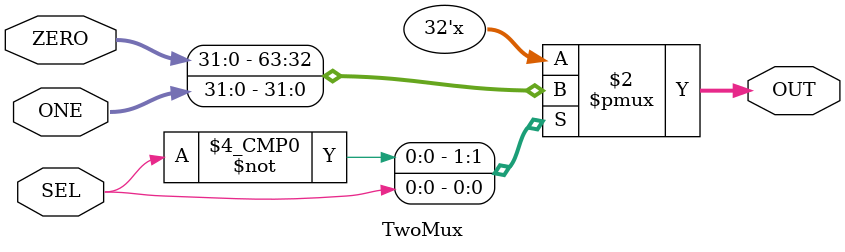
<source format=sv>
`timescale 1ns / 1ps

module TwoMux(
    input logic SEL,
    input logic [31:0] ZERO,
    input logic [31:0] ONE,
    output logic [31:0] OUT
    );
    
    //Create a generic two-to-one MUX to be used for the ALU.
    always_comb begin
        case(SEL)
            1'b0: begin OUT = ZERO; end
            1'b1: begin OUT = ONE; end
            default: begin OUT = 32'd0; end
        endcase
    end
    
endmodule

</source>
